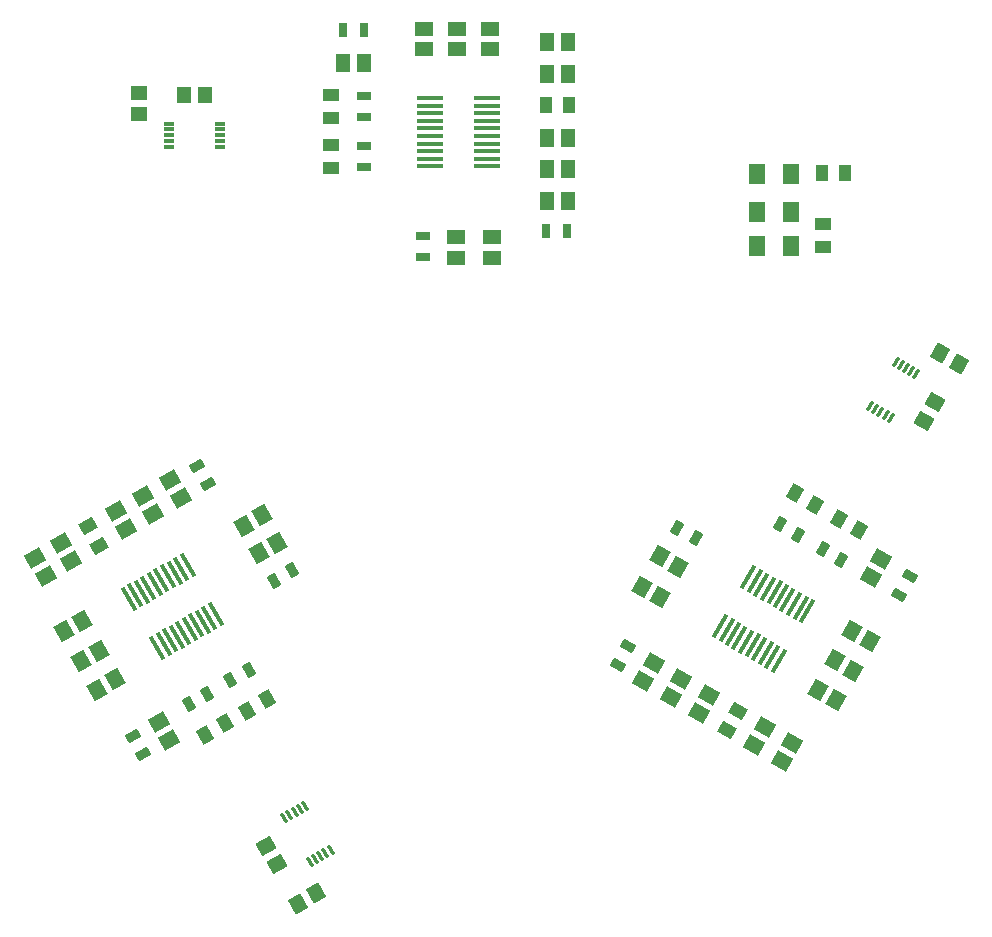
<source format=gtp>
%FSLAX23Y23*%
%MOIN*%
G70*
G01*
G75*
G04 Layer_Color=8421504*
%ADD10R,0.057X0.065*%
G04:AMPARAMS|DCode=11|XSize=14mil|YSize=87mil|CornerRadius=0mil|HoleSize=0mil|Usage=FLASHONLY|Rotation=30.000|XOffset=0mil|YOffset=0mil|HoleType=Round|Shape=Rectangle|*
%AMROTATEDRECTD11*
4,1,4,0.016,-0.041,-0.028,0.034,-0.016,0.041,0.028,-0.034,0.016,-0.041,0.0*
%
%ADD11ROTATEDRECTD11*%

G04:AMPARAMS|DCode=12|XSize=55mil|YSize=47mil|CornerRadius=0mil|HoleSize=0mil|Usage=FLASHONLY|Rotation=210.000|XOffset=0mil|YOffset=0mil|HoleType=Round|Shape=Rectangle|*
%AMROTATEDRECTD12*
4,1,4,0.012,0.034,0.036,-0.007,-0.012,-0.034,-0.036,0.007,0.012,0.034,0.0*
%
%ADD12ROTATEDRECTD12*%

G04:AMPARAMS|DCode=13|XSize=12mil|YSize=35mil|CornerRadius=0mil|HoleSize=0mil|Usage=FLASHONLY|Rotation=30.000|XOffset=0mil|YOffset=0mil|HoleType=Round|Shape=Rectangle|*
%AMROTATEDRECTD13*
4,1,4,0.004,-0.018,-0.014,0.012,-0.004,0.018,0.014,-0.012,0.004,-0.018,0.0*
%
%ADD13ROTATEDRECTD13*%

G04:AMPARAMS|DCode=14|XSize=47mil|YSize=31mil|CornerRadius=0mil|HoleSize=0mil|Usage=FLASHONLY|Rotation=210.000|XOffset=0mil|YOffset=0mil|HoleType=Round|Shape=Rectangle|*
%AMROTATEDRECTD14*
4,1,4,0.013,0.025,0.028,-0.002,-0.013,-0.025,-0.028,0.002,0.013,0.025,0.0*
%
%ADD14ROTATEDRECTD14*%

G04:AMPARAMS|DCode=15|XSize=53mil|YSize=41mil|CornerRadius=0mil|HoleSize=0mil|Usage=FLASHONLY|Rotation=210.000|XOffset=0mil|YOffset=0mil|HoleType=Round|Shape=Rectangle|*
%AMROTATEDRECTD15*
4,1,4,0.013,0.031,0.033,-0.005,-0.013,-0.031,-0.033,0.005,0.013,0.031,0.0*
%
%ADD15ROTATEDRECTD15*%

G04:AMPARAMS|DCode=16|XSize=59mil|YSize=49mil|CornerRadius=0mil|HoleSize=0mil|Usage=FLASHONLY|Rotation=210.000|XOffset=0mil|YOffset=0mil|HoleType=Round|Shape=Rectangle|*
%AMROTATEDRECTD16*
4,1,4,0.013,0.036,0.038,-0.007,-0.013,-0.036,-0.038,0.007,0.013,0.036,0.0*
%
%ADD16ROTATEDRECTD16*%

G04:AMPARAMS|DCode=17|XSize=59mil|YSize=49mil|CornerRadius=0mil|HoleSize=0mil|Usage=FLASHONLY|Rotation=300.000|XOffset=0mil|YOffset=0mil|HoleType=Round|Shape=Rectangle|*
%AMROTATEDRECTD17*
4,1,4,-0.036,0.013,0.007,0.038,0.036,-0.013,-0.007,-0.038,-0.036,0.013,0.0*
%
%ADD17ROTATEDRECTD17*%

%ADD18R,0.055X0.047*%
G04:AMPARAMS|DCode=19|XSize=55mil|YSize=47mil|CornerRadius=0mil|HoleSize=0mil|Usage=FLASHONLY|Rotation=120.000|XOffset=0mil|YOffset=0mil|HoleType=Round|Shape=Rectangle|*
%AMROTATEDRECTD19*
4,1,4,0.034,-0.012,-0.007,-0.036,-0.034,0.012,0.007,0.036,0.034,-0.012,0.0*
%
%ADD19ROTATEDRECTD19*%

G04:AMPARAMS|DCode=20|XSize=55mil|YSize=47mil|CornerRadius=0mil|HoleSize=0mil|Usage=FLASHONLY|Rotation=240.000|XOffset=0mil|YOffset=0mil|HoleType=Round|Shape=Rectangle|*
%AMROTATEDRECTD20*
4,1,4,-0.007,0.036,0.034,0.012,0.007,-0.036,-0.034,-0.012,-0.007,0.036,0.0*
%
%ADD20ROTATEDRECTD20*%

%ADD21R,0.047X0.055*%
G04:AMPARAMS|DCode=22|XSize=55mil|YSize=47mil|CornerRadius=0mil|HoleSize=0mil|Usage=FLASHONLY|Rotation=330.000|XOffset=0mil|YOffset=0mil|HoleType=Round|Shape=Rectangle|*
%AMROTATEDRECTD22*
4,1,4,-0.036,-0.007,-0.012,0.034,0.036,0.007,0.012,-0.034,-0.036,-0.007,0.0*
%
%ADD22ROTATEDRECTD22*%

%ADD23R,0.035X0.012*%
G04:AMPARAMS|DCode=24|XSize=12mil|YSize=35mil|CornerRadius=0mil|HoleSize=0mil|Usage=FLASHONLY|Rotation=150.000|XOffset=0mil|YOffset=0mil|HoleType=Round|Shape=Rectangle|*
%AMROTATEDRECTD24*
4,1,4,0.014,0.012,-0.004,-0.018,-0.014,-0.012,0.004,0.018,0.014,0.012,0.0*
%
%ADD24ROTATEDRECTD24*%

%ADD25R,0.053X0.041*%
G04:AMPARAMS|DCode=26|XSize=53mil|YSize=41mil|CornerRadius=0mil|HoleSize=0mil|Usage=FLASHONLY|Rotation=120.000|XOffset=0mil|YOffset=0mil|HoleType=Round|Shape=Rectangle|*
%AMROTATEDRECTD26*
4,1,4,0.031,-0.013,-0.005,-0.033,-0.031,0.013,0.005,0.033,0.031,-0.013,0.0*
%
%ADD26ROTATEDRECTD26*%

G04:AMPARAMS|DCode=27|XSize=53mil|YSize=41mil|CornerRadius=0mil|HoleSize=0mil|Usage=FLASHONLY|Rotation=240.000|XOffset=0mil|YOffset=0mil|HoleType=Round|Shape=Rectangle|*
%AMROTATEDRECTD27*
4,1,4,-0.005,0.033,0.031,0.013,0.005,-0.033,-0.031,-0.013,-0.005,0.033,0.0*
%
%ADD27ROTATEDRECTD27*%

%ADD28R,0.047X0.031*%
G04:AMPARAMS|DCode=29|XSize=47mil|YSize=31mil|CornerRadius=0mil|HoleSize=0mil|Usage=FLASHONLY|Rotation=300.000|XOffset=0mil|YOffset=0mil|HoleType=Round|Shape=Rectangle|*
%AMROTATEDRECTD29*
4,1,4,-0.025,0.013,0.002,0.028,0.025,-0.013,-0.002,-0.028,-0.025,0.013,0.0*
%
%ADD29ROTATEDRECTD29*%

G04:AMPARAMS|DCode=30|XSize=47mil|YSize=31mil|CornerRadius=0mil|HoleSize=0mil|Usage=FLASHONLY|Rotation=60.000|XOffset=0mil|YOffset=0mil|HoleType=Round|Shape=Rectangle|*
%AMROTATEDRECTD30*
4,1,4,0.002,-0.028,-0.025,-0.013,-0.002,0.028,0.025,0.013,0.002,-0.028,0.0*
%
%ADD30ROTATEDRECTD30*%

%ADD31R,0.059X0.049*%
%ADD32R,0.049X0.059*%
G04:AMPARAMS|DCode=33|XSize=59mil|YSize=49mil|CornerRadius=0mil|HoleSize=0mil|Usage=FLASHONLY|Rotation=60.000|XOffset=0mil|YOffset=0mil|HoleType=Round|Shape=Rectangle|*
%AMROTATEDRECTD33*
4,1,4,0.007,-0.038,-0.036,-0.013,-0.007,0.038,0.036,0.013,0.007,-0.038,0.0*
%
%ADD33ROTATEDRECTD33*%

G04:AMPARAMS|DCode=34|XSize=59mil|YSize=49mil|CornerRadius=0mil|HoleSize=0mil|Usage=FLASHONLY|Rotation=150.000|XOffset=0mil|YOffset=0mil|HoleType=Round|Shape=Rectangle|*
%AMROTATEDRECTD34*
4,1,4,0.038,0.007,0.013,-0.036,-0.038,-0.007,-0.013,0.036,0.038,0.007,0.0*
%
%ADD34ROTATEDRECTD34*%

%ADD35R,0.087X0.014*%
G04:AMPARAMS|DCode=36|XSize=14mil|YSize=87mil|CornerRadius=0mil|HoleSize=0mil|Usage=FLASHONLY|Rotation=150.000|XOffset=0mil|YOffset=0mil|HoleType=Round|Shape=Rectangle|*
%AMROTATEDRECTD36*
4,1,4,0.028,0.034,-0.016,-0.041,-0.028,-0.034,0.016,0.041,0.028,0.034,0.0*
%
%ADD36ROTATEDRECTD36*%

G04:AMPARAMS|DCode=37|XSize=47mil|YSize=31mil|CornerRadius=0mil|HoleSize=0mil|Usage=FLASHONLY|Rotation=330.000|XOffset=0mil|YOffset=0mil|HoleType=Round|Shape=Rectangle|*
%AMROTATEDRECTD37*
4,1,4,-0.028,-0.002,-0.013,0.025,0.028,0.002,0.013,-0.025,-0.028,-0.002,0.0*
%
%ADD37ROTATEDRECTD37*%

G04:AMPARAMS|DCode=38|XSize=53mil|YSize=41mil|CornerRadius=0mil|HoleSize=0mil|Usage=FLASHONLY|Rotation=330.000|XOffset=0mil|YOffset=0mil|HoleType=Round|Shape=Rectangle|*
%AMROTATEDRECTD38*
4,1,4,-0.033,-0.005,-0.013,0.031,0.033,0.005,0.013,-0.031,-0.033,-0.005,0.0*
%
%ADD38ROTATEDRECTD38*%

%ADD39R,0.031X0.047*%
%ADD40R,0.041X0.053*%
%ADD41C,0.010*%
%ADD42C,0.130*%
%ADD43C,0.060*%
%ADD44P,0.084X4X165.0*%
%ADD45C,0.059*%
%ADD46R,0.059X0.059*%
%ADD47P,0.084X4X285.0*%
%ADD48C,0.050*%
%ADD49R,0.045X0.024*%
%ADD50R,0.077X0.049*%
%ADD51R,0.049X0.077*%
%ADD52C,0.024*%
%ADD53C,0.010*%
%ADD54C,0.008*%
%ADD55C,0.008*%
D10*
X11757Y3720D02*
D03*
X11643D02*
D03*
X11757Y3835D02*
D03*
X11643Y3835D02*
D03*
X11757Y3960D02*
D03*
X11643Y3960D02*
D03*
D11*
X9645Y2380D02*
D03*
X9667Y2393D02*
D03*
X9688Y2406D02*
D03*
X9710Y2418D02*
D03*
X9732Y2431D02*
D03*
X9754Y2443D02*
D03*
X9776Y2456D02*
D03*
X9798Y2469D02*
D03*
X9819Y2481D02*
D03*
X9841Y2494D02*
D03*
X9550Y2544D02*
D03*
X9572Y2557D02*
D03*
X9594Y2569D02*
D03*
X9616Y2582D02*
D03*
X9638Y2594D02*
D03*
X9659Y2607D02*
D03*
X9681Y2620D02*
D03*
X9703Y2632D02*
D03*
X9725Y2645D02*
D03*
X9747Y2657D02*
D03*
D12*
X10043Y1660D02*
D03*
X10007Y1721D02*
D03*
D13*
X10155Y1667D02*
D03*
X10172Y1677D02*
D03*
X10189Y1687D02*
D03*
X10206Y1696D02*
D03*
X10223Y1706D02*
D03*
X10069Y1815D02*
D03*
X10086Y1825D02*
D03*
X10103Y1835D02*
D03*
X10120Y1844D02*
D03*
X10137Y1854D02*
D03*
D14*
X9777Y2988D02*
D03*
X9813Y2927D02*
D03*
X9563Y2089D02*
D03*
X9598Y2028D02*
D03*
D15*
X9414Y2787D02*
D03*
X9452Y2721D02*
D03*
D16*
X9689Y2941D02*
D03*
X9723Y2882D02*
D03*
X9598Y2889D02*
D03*
X9632Y2829D02*
D03*
X9541Y2777D02*
D03*
X9507Y2836D02*
D03*
X9652Y2135D02*
D03*
X9686Y2075D02*
D03*
X9325Y2731D02*
D03*
X9359Y2672D02*
D03*
X9238Y2681D02*
D03*
X9273Y2622D02*
D03*
D17*
X9933Y2789D02*
D03*
X9993Y2823D02*
D03*
X9506Y2277D02*
D03*
X9446Y2242D02*
D03*
X9451Y2372D02*
D03*
X9391Y2337D02*
D03*
X10045Y2732D02*
D03*
X9986Y2698D02*
D03*
X9334Y2437D02*
D03*
X9393Y2471D02*
D03*
D18*
X9585Y4160D02*
D03*
X9585Y4230D02*
D03*
D19*
X10174Y1563D02*
D03*
X10113Y1528D02*
D03*
D20*
X12256Y3363D02*
D03*
X12317Y3328D02*
D03*
D21*
X9805Y4225D02*
D03*
X9735D02*
D03*
D22*
X12202Y3139D02*
D03*
X12237Y3201D02*
D03*
D23*
X9855Y4051D02*
D03*
Y4070D02*
D03*
X9855Y4090D02*
D03*
Y4110D02*
D03*
X9855Y4129D02*
D03*
X9685Y4051D02*
D03*
Y4070D02*
D03*
Y4090D02*
D03*
Y4110D02*
D03*
Y4129D02*
D03*
D24*
X12022Y3186D02*
D03*
X12039Y3176D02*
D03*
X12056Y3166D02*
D03*
X12073Y3156D02*
D03*
X12090Y3146D02*
D03*
X12107Y3334D02*
D03*
X12124Y3324D02*
D03*
X12141Y3314D02*
D03*
X12158Y3304D02*
D03*
X12175Y3294D02*
D03*
D25*
X10225Y4058D02*
D03*
Y3982D02*
D03*
Y4147D02*
D03*
Y4223D02*
D03*
X11865Y3793D02*
D03*
Y3717D02*
D03*
D26*
X9944Y2172D02*
D03*
X10011Y2210D02*
D03*
X9872Y2130D02*
D03*
X9806Y2092D02*
D03*
D27*
X11838Y2858D02*
D03*
X11771Y2896D02*
D03*
X11918Y2811D02*
D03*
X11985Y2773D02*
D03*
D28*
X10335Y3985D02*
D03*
Y4055D02*
D03*
X10335Y4220D02*
D03*
X10335Y4150D02*
D03*
X10530Y3685D02*
D03*
Y3755D02*
D03*
D29*
X9950Y2309D02*
D03*
X9889Y2274D02*
D03*
X9750Y2194D02*
D03*
X9811Y2229D02*
D03*
X10095Y2640D02*
D03*
X10034Y2604D02*
D03*
D30*
X11721Y2793D02*
D03*
X11782Y2757D02*
D03*
X11925Y2675D02*
D03*
X11863Y2710D02*
D03*
X11379Y2782D02*
D03*
X11441Y2746D02*
D03*
D31*
X10642Y3682D02*
D03*
Y3751D02*
D03*
X10755Y4444D02*
D03*
Y4376D02*
D03*
X10760Y3751D02*
D03*
Y3682D02*
D03*
X10645Y4376D02*
D03*
Y4444D02*
D03*
X10535Y4376D02*
D03*
Y4444D02*
D03*
D32*
X11014Y4294D02*
D03*
X10946D02*
D03*
X11014Y4400D02*
D03*
X10946D02*
D03*
X11014Y3870D02*
D03*
X10946Y3870D02*
D03*
X11014Y3976D02*
D03*
X10946D02*
D03*
Y4082D02*
D03*
X11014Y4082D02*
D03*
X10334Y4330D02*
D03*
X10266D02*
D03*
D33*
X11320Y2687D02*
D03*
X11380Y2652D02*
D03*
X11907Y2206D02*
D03*
X11847Y2240D02*
D03*
X11321Y2550D02*
D03*
X11261Y2585D02*
D03*
X11905Y2340D02*
D03*
X11965Y2305D02*
D03*
X11962Y2439D02*
D03*
X12022Y2405D02*
D03*
D34*
X11635Y2057D02*
D03*
X11670Y2117D02*
D03*
X11728Y2004D02*
D03*
X11762Y2064D02*
D03*
X11265Y2271D02*
D03*
X11300Y2331D02*
D03*
X11485Y2224D02*
D03*
X11450Y2164D02*
D03*
X11358Y2218D02*
D03*
X11392Y2277D02*
D03*
X12024Y2618D02*
D03*
X12059Y2678D02*
D03*
D35*
X10744Y3987D02*
D03*
Y4012D02*
D03*
Y4037D02*
D03*
Y4062D02*
D03*
Y4087D02*
D03*
Y4113D02*
D03*
Y4138D02*
D03*
Y4163D02*
D03*
Y4188D02*
D03*
Y4213D02*
D03*
X10556Y3987D02*
D03*
Y4012D02*
D03*
Y4037D02*
D03*
Y4062D02*
D03*
X10556Y4087D02*
D03*
X10556Y4113D02*
D03*
Y4138D02*
D03*
Y4163D02*
D03*
Y4188D02*
D03*
Y4213D02*
D03*
D36*
X11521Y2453D02*
D03*
X11543Y2440D02*
D03*
X11564Y2427D02*
D03*
X11586Y2415D02*
D03*
X11608Y2402D02*
D03*
X11630Y2390D02*
D03*
X11652Y2377D02*
D03*
X11674Y2364D02*
D03*
X11695Y2352D02*
D03*
X11717Y2339D02*
D03*
X11615Y2616D02*
D03*
X11637Y2604D02*
D03*
X11659Y2591D02*
D03*
X11681Y2578D02*
D03*
X11703Y2566D02*
D03*
X11724Y2553D02*
D03*
X11746Y2541D02*
D03*
X11768Y2528D02*
D03*
X11790Y2515D02*
D03*
X11812Y2503D02*
D03*
D37*
X11180Y2325D02*
D03*
X11215Y2386D02*
D03*
X12117Y2559D02*
D03*
X12153Y2620D02*
D03*
D38*
X11543Y2106D02*
D03*
X11582Y2172D02*
D03*
D39*
X11010Y3770D02*
D03*
X10940D02*
D03*
X10335Y4440D02*
D03*
X10265D02*
D03*
D40*
X11018Y4191D02*
D03*
X10942D02*
D03*
X11938Y3965D02*
D03*
X11862Y3965D02*
D03*
M02*

</source>
